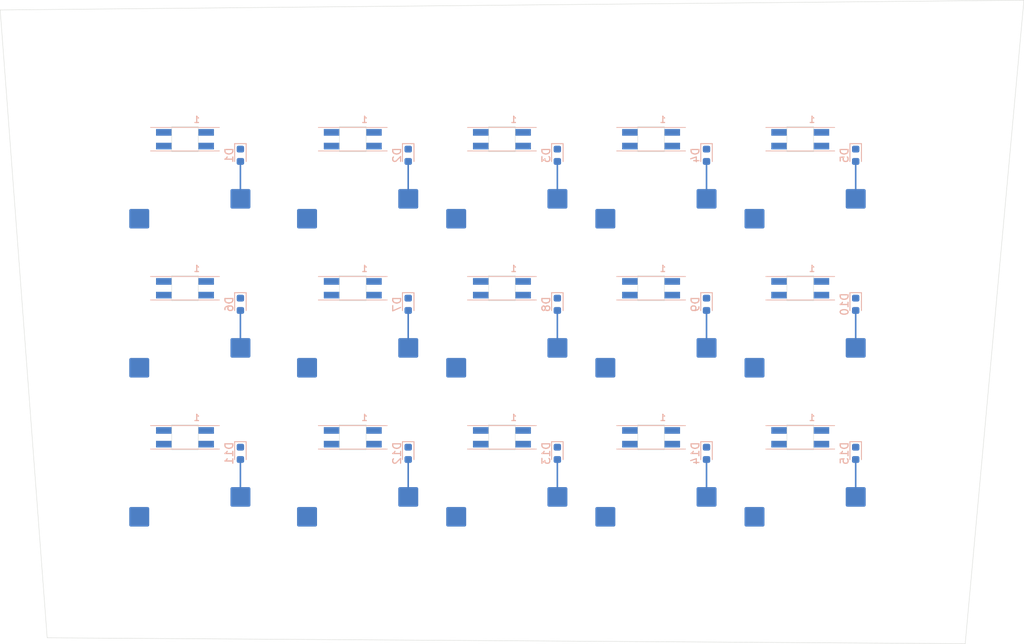
<source format=kicad_pcb>
(kicad_pcb (version 20241229) (generator "pcbnew") (generator_version "9.0")
  (layers (0 "F.Cu" signal) (2 "B.Cu" signal) (13 "F.Paste" user) (15 "B.Paste" user) (5 "F.SilkS" user "F.Silkscreen") (7 "B.SilkS" user "B.Silkscreen") (1 "F.Mask" user) (3 "B.Mask" user) (25 "Edge.Cuts" user))
  (net 0 "")
  (net 1 "ROW1")
  (net 2 "Net-(D1-A)")
  (net 3 "Net-(D2-A)")
  (net 4 "Net-(D3-A)")
  (net 5 "Net-(D4-A)")
  (net 6 "Net-(D5-A)")
  (net 7 "Net-(D6-A)")
  (net 8 "ROW2")
  (net 9 "Net-(D7-A)")
  (net 10 "Net-(D8-A)")
  (net 11 "Net-(D9-A)")
  (net 12 "Net-(D10-A)")
  (net 13 "Net-(D11-A)")
  (net 14 "ROW3")
  (net 15 "Net-(D12-A)")
  (net 16 "Net-(D13-A)")
  (net 17 "Net-(D14-A)")
  (net 18 "Net-(D15-A)")
  (net 19 "VCC")
  (net 20 "DIN")
  (net 21 "GND")
  (net 22 "Net-(LED1-DOUT)")
  (net 23 "Net-(LED2-DOUT)")
  (net 24 "Net-(LED3-DOUT)")
  (net 25 "Net-(LED4-DOUT)")
  (net 26 "Net-(LED5-DOUT)")
  (net 27 "Net-(LED6-DOUT)")
  (net 28 "Net-(LED7-DOUT)")
  (net 29 "Net-(LED8-DOUT)")
  (net 30 "Net-(LED10-DIN)")
  (net 31 "Net-(LED10-DOUT)")
  (net 32 "Net-(LED11-DOUT)")
  (net 33 "Net-(LED12-DOUT)")
  (net 34 "Net-(LED13-DOUT)")
  (net 35 "Net-(LED14-DOUT)")
  (net 37 "COL1")
  (net 38 "COL2")
  (net 39 "COL3")
  (net 40 "COL4")
  (net 41 "COL5")
  (footprint "Diode_SMD:D_0603_1608Metric" (layer "B.Cu") (at 123.76125 35.07 -90)
    (property "Reference" "D5" (at 0 1.43 270) (layer "B.SilkS") (effects (justify mirror)))
    (property "Value" "D")
    (fp_line (start -1.485 0.735) (end -1.485 -0.735) (stroke (width 0.12)) (layer "B.SilkS"))
    (fp_line (start 0.8 0.735) (end -1.485 0.735) (stroke (width 0.12)) (layer "B.SilkS"))
    (fp_line (start -1.485 -0.735) (end 0.8 -0.735) (stroke (width 0.12)) (layer "B.SilkS"))
    (pad "1" smd roundrect (at -0.7875 0 270) (size 0.875 0.95) (layers "B.Cu" "B.Mask" "B.Paste") (net 1 "ROW1"))
    (pad "2" smd roundrect (at 0.7875 0 270) (size 0.875 0.95) (layers "B.Cu" "B.Mask" "B.Paste") (net 6 "Net-(D5-A)"))
  )
  (footprint "Diode_SMD:D_0603_1608Metric" (layer "B.Cu") (at 66.61125 73.17 -90)
    (property "Reference" "D12" (at 0 1.43 270) (layer "B.SilkS") (effects (justify mirror)))
    (property "Value" "D")
    (fp_line (start -1.485 0.735) (end -1.485 -0.735) (stroke (width 0.12)) (layer "B.SilkS"))
    (fp_line (start 0.8 0.735) (end -1.485 0.735) (stroke (width 0.12)) (layer "B.SilkS"))
    (fp_line (start -1.485 -0.735) (end 0.8 -0.735) (stroke (width 0.12)) (layer "B.SilkS"))
    (pad "1" smd roundrect (at -0.7875 0 270) (size 0.875 0.95) (layers "B.Cu" "B.Mask" "B.Paste") (net 14 "ROW3"))
    (pad "2" smd roundrect (at 0.7875 0 270) (size 0.875 0.95) (layers "B.Cu" "B.Mask" "B.Paste") (net 15 "Net-(D12-A)"))
  )
  (footprint "SWICHES:SK6812 MINI W_hole" (layer "B.Cu") (at 97.63125 57.15 180)
    (property "Reference" "LED9" (hide yes))
    (property "Value" "SK6812MINI" (hide yes))
    (fp_line (start -4.4 6.58) (end 4.4 6.58) (stroke (width 0.1)) (layer "B.SilkS"))
    (fp_line (start -4.4 3.58) (end 4.4 3.58) (stroke (width 0.1)) (layer "B.SilkS"))
    (fp_circle (center 0 0) (end 0.1 0) (stroke (width 0.1)) (fill yes) (layer "B.SilkS"))
    (fp_line (start 1.7 6.68) (end -1.7 6.68) (stroke (width 0.05)) (layer "Edge.Cuts"))
    (fp_line (start 1.7 3.48) (end 1.7 6.68) (stroke (width 0.05)) (layer "Edge.Cuts"))
    (fp_line (start -1.7 6.68) (end -1.7 3.48) (stroke (width 0.05)) (layer "Edge.Cuts"))
    (fp_line (start -1.7 3.48) (end 1.7 3.48) (stroke (width 0.05)) (layer "Edge.Cuts"))
    (fp_text user "1" (at -1.5 7.58 0) (layer "B.SilkS") (effects (font (size 0.8 0.8)) (justify mirror)))
    (pad "1" smd rect (at -2.7 5.955 180) (size 2 0.85) (layers "B.Cu" "B.Mask" "B.Paste") (net 30 "Net-(LED10-DIN)"))
    (pad "2" smd rect (at -2.7 4.205 180) (size 2 0.85) (layers "B.Cu" "B.Mask" "B.Paste") (net 21 "GND"))
    (pad "3" smd rect (at 2.7 4.205 180) (size 2 0.85) (layers "B.Cu" "B.Mask" "B.Paste") (net 29 "Net-(LED8-DOUT)"))
    (pad "4" smd rect (at 2.7 5.955 180) (size 2 0.85) (layers "B.Cu" "B.Mask" "B.Paste") (net 19 "VCC"))
  )
  (footprint "SWICHES:MX-Hotswap-1U" (layer "B.Cu") (at 78.58125 57.15)
    (property "Reference" "SW8")
    (property "Value" "SW_Push")
    (pad "" np_thru_hole circle (at -5.08 0 48.099) (size 1.7018 1.7018) (drill 1.7018) (layers "*.Cu" "*.Mask"))
    (pad "" np_thru_hole circle (at -2.54 5.08) (size 3 3) (drill 3) (layers "*.Cu" "*.Mask"))
    (pad "" np_thru_hole circle (at 0 0) (size 3.9878 3.9878) (drill 3.9878) (layers "*.Cu" "*.Mask"))
    (pad "" np_thru_hole circle (at 3.81 2.54) (size 3 3) (drill 3) (layers "*.Cu" "*.Mask"))
    (pad "" np_thru_hole circle (at 5.08 0 48.099) (size 1.7018 1.7018) (drill 1.7018) (layers "*.Cu" "*.Mask"))
    (pad "1" smd roundrect (at 7.085 2.54) (size 2.55 2.5) (layers "B.Cu" "B.Mask" "B.Paste") (roundrect_rratio 0.08) (net 10 "Net-(D8-A)"))
    (pad "2" smd roundrect (at -5.842 5.08) (size 2.55 2.5) (layers "B.Cu" "B.Mask" "B.Paste") (roundrect_rratio 0.08) (net 39 "COL3"))
  )
  (footprint "SWICHES:MX-Hotswap-1U" (layer "B.Cu") (at 78.58125 76.2)
    (property "Reference" "SW13")
    (property "Value" "SW_Push")
    (pad "" np_thru_hole circle (at -5.08 0 48.099) (size 1.7018 1.7018) (drill 1.7018) (layers "*.Cu" "*.Mask"))
    (pad "" np_thru_hole circle (at -2.54 5.08) (size 3 3) (drill 3) (layers "*.Cu" "*.Mask"))
    (pad "" np_thru_hole circle (at 0 0) (size 3.9878 3.9878) (drill 3.9878) (layers "*.Cu" "*.Mask"))
    (pad "" np_thru_hole circle (at 3.81 2.54) (size 3 3) (drill 3) (layers "*.Cu" "*.Mask"))
    (pad "" np_thru_hole circle (at 5.08 0 48.099) (size 1.7018 1.7018) (drill 1.7018) (layers "*.Cu" "*.Mask"))
    (pad "1" smd roundrect (at 7.085 2.54) (size 2.55 2.5) (layers "B.Cu" "B.Mask" "B.Paste") (roundrect_rratio 0.08) (net 16 "Net-(D13-A)"))
    (pad "2" smd roundrect (at -5.842 5.08) (size 2.55 2.5) (layers "B.Cu" "B.Mask" "B.Paste") (roundrect_rratio 0.08) (net 39 "COL3"))
  )
  (footprint "SWICHES:SK6812 MINI W_hole" (layer "B.Cu") (at 59.53125 38.1 180)
    (property "Reference" "LED2" (hide yes))
    (property "Value" "SK6812MINI" (hide yes))
    (fp_line (start -4.4 6.58) (end 4.4 6.58) (stroke (width 0.1)) (layer "B.SilkS"))
    (fp_line (start -4.4 3.58) (end 4.4 3.58) (stroke (width 0.1)) (layer "B.SilkS"))
    (fp_circle (center 0 0) (end 0.1 0) (stroke (width 0.1)) (fill yes) (layer "B.SilkS"))
    (fp_line (start 1.7 6.68) (end -1.7 6.68) (stroke (width 0.05)) (layer "Edge.Cuts"))
    (fp_line (start 1.7 3.48) (end 1.7 6.68) (stroke (width 0.05)) (layer "Edge.Cuts"))
    (fp_line (start -1.7 6.68) (end -1.7 3.48) (stroke (width 0.05)) (layer "Edge.Cuts"))
    (fp_line (start -1.7 3.48) (end 1.7 3.48) (stroke (width 0.05)) (layer "Edge.Cuts"))
    (fp_text user "1" (at -1.5 7.58 0) (layer "B.SilkS") (effects (font (size 0.8 0.8)) (justify mirror)))
    (pad "1" smd rect (at -2.7 5.955 180) (size 2 0.85) (layers "B.Cu" "B.Mask" "B.Paste") (net 23 "Net-(LED2-DOUT)"))
    (pad "2" smd rect (at -2.7 4.205 180) (size 2 0.85) (layers "B.Cu" "B.Mask" "B.Paste") (net 21 "GND"))
    (pad "3" smd rect (at 2.7 4.205 180) (size 2 0.85) (layers "B.Cu" "B.Mask" "B.Paste") (net 22 "Net-(LED1-DOUT)"))
    (pad "4" smd rect (at 2.7 5.955 180) (size 2 0.85) (layers "B.Cu" "B.Mask" "B.Paste") (net 19 "VCC"))
  )
  (footprint "SWICHES:MX-Hotswap-1.25U" (layer "B.Cu") (at 38.1 38.1)
    (property "Reference" "SW1")
    (property "Value" "SW_Push")
    (pad "" np_thru_hole circle (at -5.08 0 48.099) (size 1.7018 1.7018) (drill 1.7018) (layers "*.Cu" "*.Mask"))
    (pad "" np_thru_hole circle (at -2.54 5.08) (size 3 3) (drill 3) (layers "*.Cu" "*.Mask"))
    (pad "" np_thru_hole circle (at 0 0) (size 3.9878 3.9878) (drill 3.9878) (layers "*.Cu" "*.Mask"))
    (pad "" np_thru_hole circle (at 3.81 2.54) (size 3 3) (drill 3) (layers "*.Cu" "*.Mask"))
    (pad "" np_thru_hole circle (at 5.08 0 48.099) (size 1.7018 1.7018) (drill 1.7018) (layers "*.Cu" "*.Mask"))
    (pad "1" smd roundrect (at 7.085 2.54) (size 2.55 2.5) (layers "B.Cu" "B.Mask" "B.Paste") (roundrect_rratio 0.08) (net 2 "Net-(D1-A)"))
    (pad "2" smd roundrect (at -5.842 5.08) (size 2.55 2.5) (layers "B.Cu" "B.Mask" "B.Paste") (roundrect_rratio 0.08) (net 37 "COL1"))
  )
  (footprint "SWICHES:MX-Hotswap-1U" (layer "B.Cu") (at 116.68125 57.15)
    (property "Reference" "SW10")
    (property "Value" "SW_Push")
    (pad "" np_thru_hole circle (at -5.08 0 48.099) (size 1.7018 1.7018) (drill 1.7018) (layers "*.Cu" "*.Mask"))
    (pad "" np_thru_hole circle (at -2.54 5.08) (size 3 3) (drill 3) (layers "*.Cu" "*.Mask"))
    (pad "" np_thru_hole circle (at 0 0) (size 3.9878 3.9878) (drill 3.9878) (layers "*.Cu" "*.Mask"))
    (pad "" np_thru_hole circle (at 3.81 2.54) (size 3 3) (drill 3) (layers "*.Cu" "*.Mask"))
    (pad "" np_thru_hole circle (at 5.08 0 48.099) (size 1.7018 1.7018) (drill 1.7018) (layers "*.Cu" "*.Mask"))
    (pad "1" smd roundrect (at 7.085 2.54) (size 2.55 2.5) (layers "B.Cu" "B.Mask" "B.Paste") (roundrect_rratio 0.08) (net 12 "Net-(D10-A)"))
    (pad "2" smd roundrect (at -5.842 5.08) (size 2.55 2.5) (layers "B.Cu" "B.Mask" "B.Paste") (roundrect_rratio 0.08) (net 41 "COL5"))
  )
  (footprint "SWICHES:SK6812 MINI W_hole" (layer "B.Cu") (at 38.1 38.1 180)
    (property "Reference" "LED1" (hide yes))
    (property "Value" "SK6812MINI" (hide yes))
    (fp_line (start -4.4 6.58) (end 4.4 6.58) (stroke (width 0.1)) (layer "B.SilkS"))
    (fp_line (start -4.4 3.58) (end 4.4 3.58) (stroke (width 0.1)) (layer "B.SilkS"))
    (fp_circle (center 0 0) (end 0.1 0) (stroke (width 0.1)) (fill yes) (layer "B.SilkS"))
    (fp_line (start 1.7 6.68) (end -1.7 6.68) (stroke (width 0.05)) (layer "Edge.Cuts"))
    (fp_line (start 1.7 3.48) (end 1.7 6.68) (stroke (width 0.05)) (layer "Edge.Cuts"))
    (fp_line (start -1.7 6.68) (end -1.7 3.48) (stroke (width 0.05)) (layer "Edge.Cuts"))
    (fp_line (start -1.7 3.48) (end 1.7 3.48) (stroke (width 0.05)) (layer "Edge.Cuts"))
    (fp_text user "1" (at -1.5 7.58 0) (layer "B.SilkS") (effects (font (size 0.8 0.8)) (justify mirror)))
    (pad "1" smd rect (at -2.7 5.955 180) (size 2 0.85) (layers "B.Cu" "B.Mask" "B.Paste") (net 22 "Net-(LED1-DOUT)"))
    (pad "2" smd rect (at -2.7 4.205 180) (size 2 0.85) (layers "B.Cu" "B.Mask" "B.Paste") (net 21 "GND"))
    (pad "3" smd rect (at 2.7 4.205 180) (size 2 0.85) (layers "B.Cu" "B.Mask" "B.Paste") (net 20 "DIN"))
    (pad "4" smd rect (at 2.7 5.955 180) (size 2 0.85) (layers "B.Cu" "B.Mask" "B.Paste") (net 19 "VCC"))
  )
  (footprint "SWICHES:SK6812 MINI W_hole" (layer "B.Cu") (at 97.63125 76.2 180)
    (property "Reference" "LED14" (hide yes))
    (property "Value" "SK6812MINI" (hide yes))
    (fp_line (start -4.4 6.58) (end 4.4 6.58) (stroke (width 0.1)) (layer "B.SilkS"))
    (fp_line (start -4.4 3.58) (end 4.4 3.58) (stroke (width 0.1)) (layer "B.SilkS"))
    (fp_circle (center 0 0) (end 0.1 0) (stroke (width 0.1)) (fill yes) (layer "B.SilkS"))
    (fp_line (start 1.7 6.68) (end -1.7 6.68) (stroke (width 0.05)) (layer "Edge.Cuts"))
    (fp_line (start 1.7 3.48) (end 1.7 6.68) (stroke (width 0.05)) (layer "Edge.Cuts"))
    (fp_line (start -1.7 6.68) (end -1.7 3.48) (stroke (width 0.05)) (layer "Edge.Cuts"))
    (fp_line (start -1.7 3.48) (end 1.7 3.48) (stroke (width 0.05)) (layer "Edge.Cuts"))
    (fp_text user "1" (at -1.5 7.58 0) (layer "B.SilkS") (effects (font (size 0.8 0.8)) (justify mirror)))
    (pad "1" smd rect (at -2.7 5.955 180) (size 2 0.85) (layers "B.Cu" "B.Mask" "B.Paste") (net 35 "Net-(LED14-DOUT)"))
    (pad "2" smd rect (at -2.7 4.205 180) (size 2 0.85) (layers "B.Cu" "B.Mask" "B.Paste") (net 21 "GND"))
    (pad "3" smd rect (at 2.7 4.205 180) (size 2 0.85) (layers "B.Cu" "B.Mask" "B.Paste") (net 34 "Net-(LED13-DOUT)"))
    (pad "4" smd rect (at 2.7 5.955 180) (size 2 0.85) (layers "B.Cu" "B.Mask" "B.Paste") (net 19 "VCC"))
  )
  (footprint "SWICHES:MX-Hotswap-1U" (layer "B.Cu") (at 116.68125 38.1)
    (property "Reference" "SW5")
    (property "Value" "SW_Push")
    (pad "" np_thru_hole circle (at -5.08 0 48.099) (size 1.7018 1.7018) (drill 1.7018) (layers "*.Cu" "*.Mask"))
    (pad "" np_thru_hole circle (at -2.54 5.08) (size 3 3) (drill 3) (layers "*.Cu" "*.Mask"))
    (pad "" np_thru_hole circle (at 0 0) (size 3.9878 3.9878) (drill 3.9878) (layers "*.Cu" "*.Mask"))
    (pad "" np_thru_hole circle (at 3.81 2.54) (size 3 3) (drill 3) (layers "*.Cu" "*.Mask"))
    (pad "" np_thru_hole circle (at 5.08 0 48.099) (size 1.7018 1.7018) (drill 1.7018) (layers "*.Cu" "*.Mask"))
    (pad "1" smd roundrect (at 7.085 2.54) (size 2.55 2.5) (layers "B.Cu" "B.Mask" "B.Paste") (roundrect_rratio 0.08) (net 6 "Net-(D5-A)"))
    (pad "2" smd roundrect (at -5.842 5.08) (size 2.55 2.5) (layers "B.Cu" "B.Mask" "B.Paste") (roundrect_rratio 0.08) (net 41 "COL5"))
  )
  (footprint "SWICHES:SK6812 MINI W_hole" (layer "B.Cu") (at 38.1 57.15 180)
    (property "Reference" "LED6" (hide yes))
    (property "Value" "SK6812MINI" (hide yes))
    (fp_line (start -4.4 6.58) (end 4.4 6.58) (stroke (width 0.1)) (layer "B.SilkS"))
    (fp_line (start -4.4 3.58) (end 4.4 3.58) (stroke (width 0.1)) (layer "B.SilkS"))
    (fp_circle (center 0 0) (end 0.1 0) (stroke (width 0.1)) (fill yes) (layer "B.SilkS"))
    (fp_line (start 1.7 6.68) (end -1.7 6.68) (stroke (width 0.05)) (layer "Edge.Cuts"))
    (fp_line (start 1.7 3.48) (end 1.7 6.68) (stroke (width 0.05)) (layer "Edge.Cuts"))
    (fp_line (start -1.7 6.68) (end -1.7 3.48) (stroke (width 0.05)) (layer "Edge.Cuts"))
    (fp_line (start -1.7 3.48) (end 1.7 3.48) (stroke (width 0.05)) (layer "Edge.Cuts"))
    (fp_text user "1" (at -1.5 7.58 0) (layer "B.SilkS") (effects (font (size 0.8 0.8)) (justify mirror)))
    (pad "1" smd rect (at -2.7 5.955 180) (size 2 0.85) (layers "B.Cu" "B.Mask" "B.Paste") (net 27 "Net-(LED6-DOUT)"))
    (pad "2" smd rect (at -2.7 4.205 180) (size 2 0.85) (layers "B.Cu" "B.Mask" "B.Paste") (net 21 "GND"))
    (pad "3" smd rect (at 2.7 4.205 180) (size 2 0.85) (layers "B.Cu" "B.Mask" "B.Paste") (net 26 "Net-(LED5-DOUT)"))
    (pad "4" smd rect (at 2.7 5.955 180) (size 2 0.85) (layers "B.Cu" "B.Mask" "B.Paste") (net 19 "VCC"))
  )
  (footprint "Diode_SMD:D_0603_1608Metric" (layer "B.Cu") (at 123.76125 54.12 -90)
    (property "Reference" "D10" (at 0 1.43 270) (layer "B.SilkS") (effects (justify mirror)))
    (property "Value" "D")
    (fp_line (start -1.485 0.735) (end -1.485 -0.735) (stroke (width 0.12)) (layer "B.SilkS"))
    (fp_line (start 0.8 0.735) (end -1.485 0.735) (stroke (width 0.12)) (layer "B.SilkS"))
    (fp_line (start -1.485 -0.735) (end 0.8 -0.735) (stroke (width 0.12)) (layer "B.SilkS"))
    (pad "1" smd roundrect (at -0.7875 0 270) (size 0.875 0.95) (layers "B.Cu" "B.Mask" "B.Paste") (net 8 "ROW2"))
    (pad "2" smd roundrect (at 0.7875 0 270) (size 0.875 0.95) (layers "B.Cu" "B.Mask" "B.Paste") (net 12 "Net-(D10-A)"))
  )
  (footprint "SWICHES:MX-Hotswap-1.25U" (layer "B.Cu") (at 38.1 57.15)
    (property "Reference" "SW6")
    (property "Value" "SW_Push")
    (pad "" np_thru_hole circle (at -5.08 0 48.099) (size 1.7018 1.7018) (drill 1.7018) (layers "*.Cu" "*.Mask"))
    (pad "" np_thru_hole circle (at -2.54 5.08) (size 3 3) (drill 3) (layers "*.Cu" "*.Mask"))
    (pad "" np_thru_hole circle (at 0 0) (size 3.9878 3.9878) (drill 3.9878) (layers "*.Cu" "*.Mask"))
    (pad "" np_thru_hole circle (at 3.81 2.54) (size 3 3) (drill 3) (layers "*.Cu" "*.Mask"))
    (pad "" np_thru_hole circle (at 5.08 0 48.099) (size 1.7018 1.7018) (drill 1.7018) (layers "*.Cu" "*.Mask"))
    (pad "1" smd roundrect (at 7.085 2.54) (size 2.55 2.5) (layers "B.Cu" "B.Mask" "B.Paste") (roundrect_rratio 0.08) (net 7 "Net-(D6-A)"))
    (pad "2" smd roundrect (at -5.842 5.08) (size 2.55 2.5) (layers "B.Cu" "B.Mask" "B.Paste") (roundrect_rratio 0.08) (net 37 "COL1"))
  )
  (footprint "SWICHES:SK6812 MINI W_hole" (layer "B.Cu") (at 59.53125 76.2 180)
    (property "Reference" "LED12" (hide yes))
    (property "Value" "SK6812MINI" (hide yes))
    (fp_line (start -4.4 6.58) (end 4.4 6.58) (stroke (width 0.1)) (layer "B.SilkS"))
    (fp_line (start -4.4 3.58) (end 4.4 3.58) (stroke (width 0.1)) (layer "B.SilkS"))
    (fp_circle (center 0 0) (end 0.1 0) (stroke (width 0.1)) (fill yes) (layer "B.SilkS"))
    (fp_line (start 1.7 6.68) (end -1.7 6.68) (stroke (width 0.05)) (layer "Edge.Cuts"))
    (fp_line (start 1.7 3.48) (end 1.7 6.68) (stroke (width 0.05)) (layer "Edge.Cuts"))
    (fp_line (start -1.7 6.68) (end -1.7 3.48) (stroke (width 0.05)) (layer "Edge.Cuts"))
    (fp_line (start -1.7 3.48) (end 1.7 3.48) (stroke (width 0.05)) (layer "Edge.Cuts"))
    (fp_text user "1" (at -1.5 7.58 0) (layer "B.SilkS") (effects (font (size 0.8 0.8)) (justify mirror)))
    (pad "1" smd rect (at -2.7 5.955 180) (size 2 0.85) (layers "B.Cu" "B.Mask" "B.Paste") (net 33 "Net-(LED12-DOUT)"))
    (pad "2" smd rect (at -2.7 4.205 180) (size 2 0.85) (layers "B.Cu" "B.Mask" "B.Paste") (net 21 "GND"))
    (pad "3" smd rect (at 2.7 4.205 180) (size 2 0.85) (layers "B.Cu" "B.Mask" "B.Paste") (net 32 "Net-(LED11-DOUT)"))
    (pad "4" smd rect (at 2.7 5.955 180) (size 2 0.85) (layers "B.Cu" "B.Mask" "B.Paste") (net 19 "VCC"))
  )
  (footprint "SWICHES:MX-Hotswap-1U" (layer "B.Cu") (at 59.53125 76.2)
    (property "Reference" "SW12")
    (property "Value" "SW_Push")
    (pad "" np_thru_hole circle (at -5.08 0 48.099) (size 1.7018 1.7018) (drill 1.7018) (layers "*.Cu" "*.Mask"))
    (pad "" np_thru_hole circle (at -2.54 5.08) (size 3 3) (drill 3) (layers "*.Cu" "*.Mask"))
    (pad "" np_thru_hole circle (at 0 0) (size 3.9878 3.9878) (drill 3.9878) (layers "*.Cu" "*.Mask"))
    (pad "" np_thru_hole circle (at 3.81 2.54) (size 3 3) (drill 3) (layers "*.Cu" "*.Mask"))
    (pad "" np_thru_hole circle (at 5.08 0 48.099) (size 1.7018 1.7018) (drill 1.7018) (layers "*.Cu" "*.Mask"))
    (pad "1" smd roundrect (at 7.085 2.54) (size 2.55 2.5) (layers "B.Cu" "B.Mask" "B.Paste") (roundrect_rratio 0.08) (net 15 "Net-(D12-A)"))
    (pad "2" smd roundrect (at -5.842 5.08) (size 2.55 2.5) (layers "B.Cu" "B.Mask" "B.Paste") (roundrect_rratio 0.08) (net 38 "COL2"))
  )
  (footprint "Diode_SMD:D_0603_1608Metric" (layer "B.Cu") (at 104.71125 73.17 -90)
    (property "Reference" "D14" (at 0 1.43 270) (layer "B.SilkS") (effects (justify mirror)))
    (property "Value" "D")
    (fp_line (start -1.485 0.735) (end -1.485 -0.735) (stroke (width 0.12)) (layer "B.SilkS"))
    (fp_line (start 0.8 0.735) (end -1.485 0.735) (stroke (width 0.12)) (layer "B.SilkS"))
    (fp_line (start -1.485 -0.735) (end 0.8 -0.735) (stroke (width 0.12)) (layer "B.SilkS"))
    (pad "1" smd roundrect (at -0.7875 0 270) (size 0.875 0.95) (layers "B.Cu" "B.Mask" "B.Paste") (net 14 "ROW3"))
    (pad "2" smd roundrect (at 0.7875 0 270) (size 0.875 0.95) (layers "B.Cu" "B.Mask" "B.Paste") (net 17 "Net-(D14-A)"))
  )
  (footprint "SWICHES:MX-Hotswap-1U" (layer "B.Cu") (at 97.63125 76.2)
    (property "Reference" "SW14")
    (property "Value" "SW_Push")
    (pad "" np_thru_hole circle (at -5.08 0 48.099) (size 1.7018 1.7018) (drill 1.7018) (layers "*.Cu" "*.Mask"))
    (pad "" np_thru_hole circle (at -2.54 5.08) (size 3 3) (drill 3) (layers "*.Cu" "*.Mask"))
    (pad "" np_thru_hole circle (at 0 0) (size 3.9878 3.9878) (drill 3.9878) (layers "*.Cu" "*.Mask"))
    (pad "" np_thru_hole circle (at 3.81 2.54) (size 3 3) (drill 3) (layers "*.Cu" "*.Mask"))
    (pad "" np_thru_hole circle (at 5.08 0 48.099) (size 1.7018 1.7018) (drill 1.7018) (layers "*.Cu" "*.Mask"))
    (pad "1" smd roundrect (at 7.085 2.54) (size 2.55 2.5) (layers "B.Cu" "B.Mask" "B.Paste") (roundrect_rratio 0.08) (net 17 "Net-(D14-A)"))
    (pad "2" smd roundrect (at -5.842 5.08) (size 2.55 2.5) (layers "B.Cu" "B.Mask" "B.Paste") (roundrect_rratio 0.08) (net 40 "COL4"))
  )
  (footprint "SWICHES:SK6812 MINI W_hole" (layer "B.Cu") (at 116.68125 76.2 180)
    (property "Reference" "LED15" (hide yes))
    (property "Value" "SK6812MINI" (hide yes))
    (fp_line (start -4.4 6.58) (end 4.4 6.58) (stroke (width 0.1)) (layer "B.SilkS"))
    (fp_line (start -4.4 3.58) (end 4.4 3.58) (stroke (width 0.1)) (layer "B.SilkS"))
    (fp_circle (center 0 0) (end 0.1 0) (stroke (width 0.1)) (fill yes) (layer "B.SilkS"))
    (fp_line (start 1.7 6.68) (end -1.7 6.68) (stroke (width 0.05)) (layer "Edge.Cuts"))
    (fp_line (start 1.7 3.48) (end 1.7 6.68) (stroke (width 0.05)) (layer "Edge.Cuts"))
    (fp_line (start -1.7 6.68) (end -1.7 3.48) (stroke (width 0.05)) (layer "Edge.Cuts"))
    (fp_line (start -1.7 3.48) (end 1.7 3.48) (stroke (width 0.05)) (layer "Edge.Cuts"))
    (fp_text user "1" (at -1.5 7.58 0) (layer "B.SilkS") (effects (font (size 0.8 0.8)) (justify mirror)))
    (pad "1" smd rect (at -2.7 5.955 180) (size 2 0.85) (layers "B.Cu" "B.Mask" "B.Paste"))
    (pad "2" smd rect (at -2.7 4.205 180) (size 2 0.85) (layers "B.Cu" "B.Mask" "B.Paste") (net 21 "GND"))
    (pad "3" smd rect (at 2.7 4.205 180) (size 2 0.85) (layers "B.Cu" "B.Mask" "B.Paste") (net 35 "Net-(LED14-DOUT)"))
    (pad "4" smd rect (at 2.7 5.955 180) (size 2 0.85) (layers "B.Cu" "B.Mask" "B.Paste") (net 19 "VCC"))
  )
  (footprint "Diode_SMD:D_0603_1608Metric" (layer "B.Cu") (at 85.66125 73.17 -90)
    (property "Reference" "D13" (at 0 1.43 270) (layer "B.SilkS") (effects (justify mirror)))
    (property "Value" "D")
    (fp_line (start -1.485 0.735) (end -1.485 -0.735) (stroke (width 0.12)) (layer "B.SilkS"))
    (fp_line (start 0.8 0.735) (end -1.485 0.735) (stroke (width 0.12)) (layer "B.SilkS"))
    (fp_line (start -1.485 -0.735) (end 0.8 -0.735) (stroke (width 0.12)) (layer "B.SilkS"))
    (pad "1" smd roundrect (at -0.7875 0 270) (size 0.875 0.95) (layers "B.Cu" "B.Mask" "B.Paste") (net 14 "ROW3"))
    (pad "2" smd roundrect (at 0.7875 0 270) (size 0.875 0.95) (layers "B.Cu" "B.Mask" "B.Paste") (net 16 "Net-(D13-A)"))
  )
  (footprint "Diode_SMD:D_0603_1608Metric" (layer "B.Cu") (at 66.61125 35.07 -90)
    (property "Reference" "D2" (at 0 1.43 270) (layer "B.SilkS") (effects (justify mirror)))
    (property "Value" "D")
    (fp_line (start -1.485 0.735) (end -1.485 -0.735) (stroke (width 0.12)) (layer "B.SilkS"))
    (fp_line (start 0.8 0.735) (end -1.485 0.735) (stroke (width 0.12)) (layer "B.SilkS"))
    (fp_line (start -1.485 -0.735) (end 0.8 -0.735) (stroke (width 0.12)) (layer "B.SilkS"))
    (pad "1" smd roundrect (at -0.7875 0 270) (size 0.875 0.95) (layers "B.Cu" "B.Mask" "B.Paste") (net 1 "ROW1"))
    (pad "2" smd roundrect (at 0.7875 0 270) (size 0.875 0.95) (layers "B.Cu" "B.Mask" "B.Paste") (net 3 "Net-(D2-A)"))
  )
  (footprint "SWICHES:SK6812 MINI W_hole" (layer "B.Cu") (at 38.1 76.2 180)
    (property "Reference" "LED11" (hide yes))
    (property "Value" "SK6812MINI" (hide yes))
    (fp_line (start -4.4 6.58) (end 4.4 6.58) (stroke (width 0.1)) (layer "B.SilkS"))
    (fp_line (start -4.4 3.58) (end 4.4 3.58) (stroke (width 0.1)) (layer "B.SilkS"))
    (fp_circle (center 0 0) (end 0.1 0) (stroke (width 0.1)) (fill yes) (layer "B.SilkS"))
    (fp_line (start 1.7 6.68) (end -1.7 6.68) (stroke (width 0.05)) (layer "Edge.Cuts"))
    (fp_line (start 1.7 3.48) (end 1.7 6.68) (stroke (width 0.05)) (layer "Edge.Cuts"))
    (fp_line (start -1.7 6.68) (end -1.7 3.48) (stroke (width 0.05)) (layer "Edge.Cuts"))
    (fp_line (start -1.7 3.48) (end 1.7 3.48) (stroke (width 0.05)) (layer "Edge.Cuts"))
    (fp_text user "1" (at -1.5 7.58 0) (layer "B.SilkS") (effects (font (size 0.8 0.8)) (justify mirror)))
    (pad "1" smd rect (at -2.7 5.955 180) (size 2 0.85) (layers "B.Cu" "B.Mask" "B.Paste") (net 32 "Net-(LED11-DOUT)"))
    (pad "2" smd rect (at -2.7 4.205 180) (size 2 0.85) (layers "B.Cu" "B.Mask" "B.Paste") (net 21 "GND"))
    (pad "3" smd rect (at 2.7 4.205 180) (size 2 0.85) (layers "B.Cu" "B.Mask" "B.Paste") (net 31 "Net-(LED10-DOUT)"))
    (pad "4" smd rect (at 2.7 5.955 180) (size 2 0.85) (layers "B.Cu" "B.Mask" "B.Paste") (net 19 "VCC"))
  )
  (footprint "SWICHES:MX-Hotswap-1U" (layer "B.Cu") (at 97.63125 38.1)
    (property "Reference" "SW4")
    (property "Value" "SW_Push")
    (pad "" np_thru_hole circle (at -5.08 0 48.099) (size 1.7018 1.7018) (drill 1.7018) (layers "*.Cu" "*.Mask"))
    (pad "" np_thru_hole circle (at -2.54 5.08) (size 3 3) (drill 3) (layers "*.Cu" "*.Mask"))
    (pad "" np_thru_hole circle (at 0 0) (size 3.9878 3.9878) (drill 3.9878) (layers "*.Cu" "*.Mask"))
    (pad "" np_thru_hole circle (at 3.81 2.54) (size 3 3) (drill 3) (layers "*.Cu" "*.Mask"))
    (pad "" np_thru_hole circle (at 5.08 0 48.099) (size 1.7018 1.7018) (drill 1.7018) (layers "*.Cu" "*.Mask"))
    (pad "1" smd roundrect (at 7.085 2.54) (size 2.55 2.5) (layers "B.Cu" "B.Mask" "B.Paste") (roundrect_rratio 0.08) (net 5 "Net-(D4-A)"))
    (pad "2" smd roundrect (at -5.842 5.08) (size 2.55 2.5) (layers "B.Cu" "B.Mask" "B.Paste") (roundrect_rratio 0.08) (net 40 "COL4"))
  )
  (footprint "SWICHES:SK6812 MINI W_hole" (layer "B.Cu") (at 116.68125 57.15 180)
    (property "Reference" "LED10" (hide yes))
    (property "Value" "SK6812MINI" (hide yes))
    (fp_line (start -4.4 6.58) (end 4.4 6.58) (stroke (width 0.1)) (layer "B.SilkS"))
    (fp_line (start -4.4 3.58) (end 4.4 3.58) (stroke (width 0.1)) (layer "B.SilkS"))
    (fp_circle (center 0 0) (end 0.1 0) (stroke (width 0.1)) (fill yes) (layer "B.SilkS"))
    (fp_line (start 1.7 6.68) (end -1.7 6.68) (stroke (width 0.05)) (layer "Edge.Cuts"))
    (fp_line (start 1.7 3.48) (end 1.7 6.68) (stroke (width 0.05)) (layer "Edge.Cuts"))
    (fp_line (start -1.7 6.68) (end -1.7 3.48) (stroke (width 0.05)) (layer "Edge.Cuts"))
    (fp_line (start -1.7 3.48) (end 1.7 3.48) (stroke (width 0.05)) (layer "Edge.Cuts"))
    (fp_text user "1" (at -1.5 7.58 0) (layer "B.SilkS") (effects (font (size 0.8 0.8)) (justify mirror)))
    (pad "1" smd rect (at -2.7 5.955 180) (size 2 0.85) (layers "B.Cu" "B.Mask" "B.Paste") (net 31 "Net-(LED10-DOUT)"))
    (pad "2" smd rect (at -2.7 4.205 180) (size 2 0.85) (layers "B.Cu" "B.Mask" "B.Paste") (net 21 "GND"))
    (pad "3" smd rect (at 2.7 4.205 180) (size 2 0.85) (layers "B.Cu" "B.Mask" "B.Paste") (net 30 "Net-(LED10-DIN)"))
    (pad "4" smd rect (at 2.7 5.955 180) (size 2 0.85) (layers "B.Cu" "B.Mask" "B.Paste") (net 19 "VCC"))
  )
  (footprint "SWICHES:MX-Hotswap-1.25U" (layer "B.Cu") (at 38.1 76.2)
    (property "Reference" "SW11")
    (property "Value" "SW_Push")
    (pad "" np_thru_hole circle (at -5.08 0 48.099) (size 1.7018 1.7018) (drill 1.7018) (layers "*.Cu" "*.Mask"))
    (pad "" np_thru_hole circle (at -2.54 5.08) (size 3 3) (drill 3) (layers "*.Cu" "*.Mask"))
    (pad "" np_thru_hole circle (at 0 0) (size 3.9878 3.9878) (drill 3.9878) (layers "*.Cu" "*.Mask"))
    (pad "" np_thru_hole circle (at 3.81 2.54) (size 3 3) (drill 3) (layers "*.Cu" "*.Mask"))
    (pad "" np_thru_hole circle (at 5.08 0 48.099) (size 1.7018 1.7018) (drill 1.7018) (layers "*.Cu" "*.Mask"))
    (pad "1" smd roundrect (at 7.085 2.54) (size 2.55 2.5) (layers "B.Cu" "B.Mask" "B.Paste") (roundrect_rratio 0.08) (net 13 "Net-(D11-A)"))
    (pad "2" smd roundrect (at -5.842 5.08) (size 2.55 2.5) (layers "B.Cu" "B.Mask" "B.Paste") (roundrect_rratio 0.08) (net 37 "COL1"))
  )
  (footprint "SWICHES:SK6812 MINI W_hole" (layer "B.Cu") (at 116.68125 38.1 180)
    (property "Reference" "LED5" (hide yes))
    (property "Value" "SK6812MINI" (hide yes))
    (fp_line (start -4.4 6.58) (end 4.4 6.58) (stroke (width 0.1)) (layer "B.SilkS"))
    (fp_line (start -4.4 3.58) (end 4.4 3.58) (stroke (width 0.1)) (layer "B.SilkS"))
    (fp_circle (center 0 0) (end 0.1 0) (stroke (width 0.1)) (fill yes) (layer "B.SilkS"))
    (fp_line (start 1.7 6.68) (end -1.7 6.68) (stroke (width 0.05)) (layer "Edge.Cuts"))
    (fp_line (start 1.7 3.48) (end 1.7 6.68) (stroke (width 0.05)) (layer "Edge.Cuts"))
    (fp_line (start -1.7 6.68) (end -1.7 3.48) (stroke (width 0.05)) (layer "Edge.Cuts"))
    (fp_line (start -1.7 3.48) (end 1.7 3.48) (stroke (width 0.05)) (layer "Edge.Cuts"))
    (fp_text user "1" (at -1.5 7.58 0) (layer "B.SilkS") (effects (font (size 0.8 0.8)) (justify mirror)))
    (pad "1" smd rect (at -2.7 5.955 180) (size 2 0.85) (layers "B.Cu" "B.Mask" "B.Paste") (net 26 "Net-(LED5-DOUT)"))
    (pad "2" smd rect (at -2.7 4.205 180) (size 2 0.85) (layers "B.Cu" "B.Mask" "B.Paste") (net 21 "GND"))
    (pad "3" smd rect (at 2.7 4.205 180) (size 2 0.85) (layers "B.Cu" "B.Mask" "B.Paste") (net 25 "Net-(LED4-DOUT)"))
    (pad "4" smd rect (at 2.7 5.955 180) (size 2 0.85) (layers "B.Cu" "B.Mask" "B.Paste") (net 19 "VCC"))
  )
  (footprint "SWICHES:SK6812 MINI W_hole" (layer "B.Cu") (at 97.63125 38.1 180)
    (property "Reference" "LED4" (hide yes))
    (property "Value" "SK6812MINI" (hide yes))
    (fp_line (start -4.4 6.58) (end 4.4 6.58) (stroke (width 0.1)) (layer "B.SilkS"))
    (fp_line (start -4.4 3.58) (end 4.4 3.58) (stroke (width 0.1)) (layer "B.SilkS"))
    (fp_circle (center 0 0) (end 0.1 0) (stroke (width 0.1)) (fill yes) (layer "B.SilkS"))
    (fp_line (start 1.7 6.68) (end -1.7 6.68) (stroke (width 0.05)) (layer "Edge.Cuts"))
    (fp_line (start 1.7 3.48) (end 1.7 6.68) (stroke (width 0.05)) (layer "Edge.Cuts"))
    (fp_line (start -1.7 6.68) (end -1.7 3.48) (stroke (width 0.05)) (layer "Edge.Cuts"))
    (fp_line (start -1.7 3.48) (end 1.7 3.48) (stroke (width 0.05)) (layer "Edge.Cuts"))
    (fp_text user "1" (at -1.5 7.58 0) (layer "B.SilkS") (effects (font (size 0.8 0.8)) (justify mirror)))
    (pad "1" smd rect (at -2.7 5.955 180) (size 2 0.85) (layers "B.Cu" "B.Mask" "B.Paste") (net 25 "Net-(LED4-DOUT)"))
    (pad "2" smd rect (at -2.7 4.205 180) (size 2 0.85) (layers "B.Cu" "B.Mask" "B.Paste") (net 21 "GND"))
    (pad "3" smd rect (at 2.7 4.205 180) (size 2 0.85) (layers "B.Cu" "B.Mask" "B.Paste") (net 24 "Net-(LED3-DOUT)"))
    (pad "4" smd rect (at 2.7 5.955 180) (size 2 0.85) (layers "B.Cu" "B.Mask" "B.Paste") (net 19 "VCC"))
  )
  (footprint "Diode_SMD:D_0603_1608Metric" (layer "B.Cu") (at 45.18 54.12 -90)
    (property "Reference" "D6" (at 0 1.43 270) (layer "B.SilkS") (effects (justify mirror)))
    (property "Value" "D")
    (fp_line (start -1.485 0.735) (end -1.485 -0.735) (stroke (width 0.12)) (layer "B.SilkS"))
    (fp_line (start 0.8 0.735) (end -1.485 0.735) (stroke (width 0.12)) (layer "B.SilkS"))
    (fp_line (start -1.485 -0.735) (end 0.8 -0.735) (stroke (width 0.12)) (layer "B.SilkS"))
    (pad "1" smd roundrect (at -0.7875 0 270) (size 0.875 0.95) (layers "B.Cu" "B.Mask" "B.Paste") (net 8 "ROW2"))
    (pad "2" smd roundrect (at 0.7875 0 270) (size 0.875 0.95) (layers "B.Cu" "B.Mask" "B.Paste") (net 7 "Net-(D6-A)"))
  )
  (footprint "SWICHES:MX-Hotswap-1U" (layer "B.Cu") (at 59.53125 57.15)
    (property "Reference" "SW7")
    (property "Value" "SW_Push")
    (pad "" np_thru_hole circle (at -5.08 0 48.099) (size 1.7018 1.7018) (drill 1.7018) (layers "*.Cu" "*.Mask"))
    (pad "" np_thru_hole circle (at -2.54 5.08) (size 3 3) (drill 3) (layers "*.Cu" "*.Mask"))
    (pad "" np_thru_hole circle (at 0 0) (size 3.9878 3.9878) (drill 3.9878) (layers "*.Cu" "*.Mask"))
    (pad "" np_thru_hole circle (at 3.81 2.54) (size 3 3) (drill 3) (layers "*.Cu" "*.Mask"))
    (pad "" np_thru_hole circle (at 5.08 0 48.099) (size 1.7018 1.7018) (drill 1.7018) (layers "*.Cu" "*.Mask"))
    (pad "1" smd roundrect (at 7.085 2.54) (size 2.55 2.5) (layers "B.Cu" "B.Mask" "B.Paste") (roundrect_rratio 0.08) (net 9 "Net-(D7-A)"))
    (pad "2" smd roundrect (at -5.842 5.08) (size 2.55 2.5) (layers "B.Cu" "B.Mask" "B.Paste") (roundrect_rratio 0.08) (net 38 "COL2"))
  )
  (footprint "SWICHES:SK6812 MINI W_hole" (layer "B.Cu") (at 59.53125 57.15 180)
    (property "Reference" "LED7" (hide yes))
    (property "Value" "SK6812MINI" (hide yes))
    (fp_line (start -4.4 6.58) (end 4.4 6.58) (stroke (width 0.1)) (layer "B.SilkS"))
    (fp_line (start -4.4 3.58) (end 4.4 3.58) (stroke (width 0.1)) (layer "B.SilkS"))
    (fp_circle (center 0 0) (end 0.1 0) (stroke (width 0.1)) (fill yes) (layer "B.SilkS"))
    (fp_line (start 1.7 6.68) (end -1.7 6.68) (stroke (width 0.05)) (layer "Edge.Cuts"))
    (fp_line (start 1.7 3.48) (end 1.7 6.68) (stroke (width 0.05)) (layer "Edge.Cuts"))
    (fp_line (start -1.7 6.68) (end -1.7 3.48) (stroke (width 0.05)) (layer "Edge.Cuts"))
    (fp_line (start -1.7 3.48) (end 1.7 3.48) (stroke (width 0.05)) (layer "Edge.Cuts"))
    (fp_text user "1" (at -1.5 7.58 0) (layer "B.SilkS") (effects (font (size 0.8 0.8)) (justify mirror)))
    (pad "1" smd rect (at -2.7 5.955 180) (size 2 0.85) (layers "B.Cu" "B.Mask" "B.Paste") (net 28 "Net-(LED7-DOUT)"))
    (pad "2" smd rect (at -2.7 4.205 180) (size 2 0.85) (layers "B.Cu" "B.Mask" "B.Paste") (net 21 "GND"))
    (pad "3" smd rect (at 2.7 4.205 180) (size 2 0.85) (layers "B.Cu" "B.Mask" "B.Paste") (net 27 "Net-(LED6-DOUT)"))
    (pad "4" smd rect (at 2.7 5.955 180) (size 2 0.85) (layers "B.Cu" "B.Mask" "B.Paste") (net 19 "VCC"))
  )
  (footprint "Diode_SMD:D_0603_1608Metric" (layer "B.Cu") (at 85.66125 35.07 -90)
    (property "Reference" "D3" (at 0 1.43 270) (layer "B.SilkS") (effects (justify mirror)))
    (property "Value" "D")
    (fp_line (start -1.485 0.735) (end -1.485 -0.735) (stroke (width 0.12)) (layer "B.SilkS"))
    (fp_line (start 0.8 0.735) (end -1.485 0.735) (stroke (width 0.12)) (layer "B.SilkS"))
    (fp_line (start -1.485 -0.735) (end 0.8 -0.735) (stroke (width 0.12)) (layer "B.SilkS"))
    (pad "1" smd roundrect (at -0.7875 0 270) (size 0.875 0.95) (layers "B.Cu" "B.Mask" "B.Paste") (net 1 "ROW1"))
    (pad "2" smd roundrect (at 0.7875 0 270) (size 0.875 0.95) (layers "B.Cu" "B.Mask" "B.Paste") (net 4 "Net-(D3-A)"))
  )
  (footprint "Diode_SMD:D_0603_1608Metric" (layer "B.Cu") (at 85.66125 54.12 -90)
    (property "Reference" "D8" (at 0 1.43 270) (layer "B.SilkS") (effects (justify mirror)))
    (property "Value" "D")
    (fp_line (start -1.485 0.735) (end -1.485 -0.735) (stroke (width 0.12)) (layer "B.SilkS"))
    (fp_line (start 0.8 0.735) (end -1.485 0.735) (stroke (width 0.12)) (layer "B.SilkS"))
    (fp_line (start -1.485 -0.735) (end 0.8 -0.735) (stroke (width 0.12)) (layer "B.SilkS"))
    (pad "1" smd roundrect (at -0.7875 0 270) (size 0.875 0.95) (layers "B.Cu" "B.Mask" "B.Paste") (net 8 "ROW2"))
    (pad "2" smd roundrect (at 0.7875 0 270) (size 0.875 0.95) (layers "B.Cu" "B.Mask" "B.Paste") (net 10 "Net-(D8-A)"))
  )
  (footprint "Diode_SMD:D_0603_1608Metric" (layer "B.Cu") (at 45.18 73.17 -90)
    (property "Reference" "D11" (at 0 1.43 270) (layer "B.SilkS") (effects (justify mirror)))
    (property "Value" "D")
    (fp_line (start -1.485 0.735) (end -1.485 -0.735) (stroke (width 0.12)) (layer "B.SilkS"))
    (fp_line (start 0.8 0.735) (end -1.485 0.735) (stroke (width 0.12)) (layer "B.SilkS"))
    (fp_line (start -1.485 -0.735) (end 0.8 -0.735) (stroke (width 0.12)) (layer "B.SilkS"))
    (pad "1" smd roundrect (at -0.7875 0 270) (size 0.875 0.95) (layers "B.Cu" "B.Mask" "B.Paste") (net 14 "ROW3"))
    (pad "2" smd roundrect (at 0.7875 0 270) (size 0.875 0.95) (layers "B.Cu" "B.Mask" "B.Paste") (net 13 "Net-(D11-A)"))
  )
  (footprint "Diode_SMD:D_0603_1608Metric" (layer "B.Cu") (at 45.18 35.07 -90)
    (property "Reference" "D1" (at 0 1.43 270) (layer "B.SilkS") (effects (justify mirror)))
    (property "Value" "D")
    (fp_line (start -1.485 0.735) (end -1.485 -0.735) (stroke (width 0.12)) (layer "B.SilkS"))
    (fp_line (start 0.8 0.735) (end -1.485 0.735) (stroke (width 0.12)) (layer "B.SilkS"))
    (fp_line (start -1.485 -0.735) (end 0.8 -0.735) (stroke (width 0.12)) (layer "B.SilkS"))
    (pad "1" smd roundrect (at -0.7875 0 270) (size 0.875 0.95) (layers "B.Cu" "B.Mask" "B.Paste") (net 1 "ROW1"))
    (pad "2" smd roundrect (at 0.7875 0 270) (size 0.875 0.95) (layers "B.Cu" "B.Mask" "B.Paste") (net 2 "Net-(D1-A)"))
  )
  (footprint "Diode_SMD:D_0603_1608Metric" (layer "B.Cu") (at 66.61125 54.12 -90)
    (property "Reference" "D7" (at 0 1.43 270) (layer "B.SilkS") (effects (justify mirror)))
    (property "Value" "D")
    (fp_line (start -1.485 0.735) (end -1.485 -0.735) (stroke (width 0.12)) (layer "B.SilkS"))
    (fp_line (start 0.8 0.735) (end -1.485 0.735) (stroke (width 0.12)) (layer "B.SilkS"))
    (fp_line (start -1.485 -0.735) (end 0.8 -0.735) (stroke (width 0.12)) (layer "B.SilkS"))
    (pad "1" smd roundrect (at -0.7875 0 270) (size 0.875 0.95) (layers "B.Cu" "B.Mask" "B.Paste") (net 8 "ROW2"))
    (pad "2" smd roundrect (at 0.7875 0 270) (size 0.875 0.95) (layers "B.Cu" "B.Mask" "B.Paste") (net 9 "Net-(D7-A)"))
  )
  (footprint "SWICHES:SK6812 MINI W_hole" (layer "B.Cu") (at 78.58125 76.2 180)
    (property "Reference" "LED13" (hide yes))
    (property "Value" "SK6812MINI" (hide yes))
    (fp_line (start -4.4 6.58) (end 4.4 6.58) (stroke (width 0.1)) (layer "B.SilkS"))
    (fp_line (start -4.4 3.58) (end 4.4 3.58) (stroke (width 0.1)) (layer "B.SilkS"))
    (fp_circle (center 0 0) (end 0.1 0) (stroke (width 0.1)) (fill yes) (layer "B.SilkS"))
    (fp_line (start 1.7 6.68) (end -1.7 6.68) (stroke (width 0.05)) (layer "Edge.Cuts"))
    (fp_line (start 1.7 3.48) (end 1.7 6.68) (stroke (width 0.05)) (layer "Edge.Cuts"))
    (fp_line (start -1.7 6.68) (end -1.7 3.48) (stroke (width 0.05)) (layer "Edge.Cuts"))
    (fp_line (start -1.7 3.48) (end 1.7 3.48) (stroke (width 0.05)) (layer "Edge.Cuts"))
    (fp_text user "1" (at -1.5 7.58 0) (layer "B.SilkS") (effects (font (size 0.8 0.8)) (justify mirror)))
    (pad "1" smd rect (at -2.7 5.955 180) (size 2 0.85) (layers "B.Cu" "B.Mask" "B.Paste") (net 34 "Net-(LED13-DOUT)"))
    (pad "2" smd rect (at -2.7 4.205 180) (size 2 0.85) (layers "B.Cu" "B.Mask" "B.Paste") (net 21 "GND"))
    (pad "3" smd rect (at 2.7 4.205 180) (size 2 0.85) (layers "B.Cu" "B.Mask" "B.Paste") (net 33 "Net-(LED12-DOUT)"))
    (pad "4" smd rect (at 2.7 5.955 180) (size 2 0.85) (layers "B.Cu" "B.Mask" "B.Paste") (net 19 "VCC"))
  )
  (footprint "SWICHES:MX-Hotswap-1U" (layer "B.Cu") (at 78.58125 38.1)
    (property "Reference" "SW3")
    (property "Value" "SW_Push")
    (pad "" np_thru_hole circle (at -5.08 0 48.099) (size 1.7018 1.7018) (drill 1.7018) (layers "*.Cu" "*.Mask"))
    (pad "" np_thru_hole circle (at -2.54 5.08) (size 3 3) (drill 3) (layers "*.Cu" "*.Mask"))
    (pad "" np_thru_hole circle (at 0 0) (size 3.9878 3.9878) (drill 3.9878) (layers "*.Cu" "*.Mask"))
    (pad "" np_thru_hole circle (at 3.81 2.54) (size 3 3) (drill 3) (layers "*.Cu" "*.Mask"))
    (pad "" np_thru_hole circle (at 5.08 0 48.099) (size 1.7018 1.7018) (drill 1.7018) (layers "*.Cu" "*.Mask"))
    (pad "1" smd roundrect (at 7.085 2.54) (size 2.55 2.5) (layers "B.Cu" "B.Mask" "B.Paste") (roundrect_rratio 0.08) (net 4 "Net-(D3-A)"))
    (pad "2" smd roundrect (at -5.842 5.08) (size 2.55 2.5) (layers "B.Cu" "B.Mask" "B.Paste") (roundrect_rratio 0.08) (net 39 "COL3"))
  )
  (footprint "SWICHES:SK6812 MINI W_hole" (layer "B.Cu") (at 78.58125 57.15 180)
    (property "Reference" "LED8" (hide yes))
    (property "Value" "SK6812MINI" (hide yes))
    (fp_line (start -4.4 6.58) (end 4.4 6.58) (stroke (width 0.1)) (layer "B.SilkS"))
    (fp_line (start -4.4 3.58) (end 4.4 3.58) (stroke (width 0.1)) (layer "B.SilkS"))
    (fp_circle (center 0 0) (end 0.1 0) (stroke (width 0.1)) (fill yes) (layer "B.SilkS"))
    (fp_line (start 1.7 6.68) (end -1.7 6.68) (stroke (width 0.05)) (layer "Edge.Cuts"))
    (fp_line (start 1.7 3.48) (end 1.7 6.68) (stroke (width 0.05)) (layer "Edge.Cuts"))
    (fp_line (start -1.7 6.68) (end -1.7 3.48) (stroke (width 0.05)) (layer "Edge.Cuts"))
    (fp_line (start -1.7 3.48) (end 1.7 3.48) (stroke (width 0.05)) (layer "Edge.Cuts"))
    (fp_text user "1" (at -1.5 7.58 0) (layer "B.SilkS") (effects (font (size 0.8 0.8)) (justify mirror)))
    (pad "1" smd rect (at -2.7 5.955 180) (size 2 0.85) (layers "B.Cu" "B.Mask" "B.Paste") (net 29 "Net-(LED8-DOUT)"))
    (pad "2" smd rect (at -2.7 4.205 180) (size 2 0.85) (layers "B.Cu" "B.Mask" "B.Paste") (net 21 "GND"))
    (pad "3" smd rect (at 2.7 4.205 180) (size 2 0.85) (layers "B.Cu" "B.Mask" "B.Paste") (net 28 "Net-(LED7-DOUT)"))
    (pad "4" smd rect (at 2.7 5.955 180) (size 2 0.85) (layers "B.Cu" "B.Mask" "B.Paste") (net 19 "VCC"))
  )
  (footprint "SWICHES:MX-Hotswap-1U" (layer "B.Cu") (at 59.53125 38.1)
    (property "Reference" "SW2")
    (property "Value" "SW_Push")
    (pad "" np_thru_hole circle (at -5.08 0 48.099) (size 1.7018 1.7018) (drill 1.7018) (layers "*.Cu" "*.Mask"))
    (pad "" np_thru_hole circle (at -2.54 5.08) (size 3 3) (drill 3) (layers "*.Cu" "*.Mask"))
    (pad "" np_thru_hole circle (at 0 0) (size 3.9878 3.9878) (drill 3.9878) (layers "*.Cu" "*.Mask"))
    (pad "" np_thru_hole circle (at 3.81 2.54) (size 3 3) (drill 3) (layers "*.Cu" "*.Mask"))
    (pad "" np_thru_hole circle (at 5.08 0 48.099) (size 1.7018 1.7018) (drill 1.7018) (layers "*.Cu" "*.Mask"))
    (pad "1" smd roundrect (at 7.085 2.54) (size 2.55 2.5) (layers "B.Cu" "B.Mask" "B.Paste") (roundrect_rratio 0.08) (net 3 "Net-(D2-A)"))
    (pad "2" smd roundrect (at -5.842 5.08) (size 2.55 2.5) (layers "B.Cu" "B.Mask" "B.Paste") (roundrect_rratio 0.08) (net 38 "COL2"))
  )
  (footprint "Diode_SMD:D_0603_1608Metric" (layer "B.Cu") (at 104.71125 35.07 -90)
    (property "Reference" "D4" (at 0 1.43 270) (layer "B.SilkS") (effects (justify mirror)))
    (property "Value" "D")
    (fp_line (start -1.485 0.735) (end -1.485 -0.735) (stroke (width 0.12)) (layer "B.SilkS"))
    (fp_line (start 0.8 0.735) (end -1.485 0.735) (stroke (width 0.12)) (layer "B.SilkS"))
    (fp_line (start -1.485 -0.735) (end 0.8 -0.735) (stroke (width 0.12)) (layer "B.SilkS"))
    (pad "1" smd roundrect (at -0.7875 0 270) (size 0.875 0.95) (layers "B.Cu" "B.Mask" "B.Paste") (net 1 "ROW1"))
    (pad "2" smd roundrect (at 0.7875 0 270) (size 0.875 0.95) (layers "B.Cu" "B.Mask" "B.Paste") (net 5 "Net-(D4-A)"))
  )
  (footprint "SWICHES:SK6812 MINI W_hole" (layer "B.Cu") (at 78.58125 38.1 180)
    (property "Reference" "LED3" (hide yes))
    (property "Value" "SK6812MINI" (hide yes))
    (fp_line (start -4.4 6.58) (end 4.4 6.58) (stroke (width 0.1)) (layer "B.SilkS"))
    (fp_line (start -4.4 3.58) (end 4.4 3.58) (stroke (width 0.1)) (layer "B.SilkS"))
    (fp_circle (center 0 0) (end 0.1 0) (stroke (width 0.1)) (fill yes) (layer "B.SilkS"))
    (fp_line (start 1.7 6.68) (end -1.7 6.68) (stroke (width 0.05)) (layer "Edge.Cuts"))
    (fp_line (start 1.7 3.48) (end 1.7 6.68) (stroke (width 0.05)) (layer "Edge.Cuts"))
    (fp_line (start -1.7 6.68) (end -1.7 3.48) (stroke (width 0.05)) (layer "Edge.Cuts"))
    (fp_line (start -1.7 3.48) (end 1.7 3.48) (stroke (width 0.05)) (layer "Edge.Cuts"))
    (fp_text user "1" (at -1.5 7.58 0) (layer "B.SilkS") (effects (font (size 0.8 0.8)) (justify mirror)))
    (pad "1" smd rect (at -2.7 5.955 180) (size 2 0.85) (layers "B.Cu" "B.Mask" "B.Paste") (net 24 "Net-(LED3-DOUT)"))
    (pad "2" smd rect (at -2.7 4.205 180) (size 2 0.85) (layers "B.Cu" "B.Mask" "B.Paste") (net 21 "GND"))
    (pad "3" smd rect (at 2.7 4.205 180) (size 2 0.85) (layers "B.Cu" "B.Mask" "B.Paste") (net 23 "Net-(LED2-DOUT)"))
    (pad "4" smd rect (at 2.7 5.955 180) (size 2 0.85) (layers "B.Cu" "B.Mask" "B.Paste") (net 19 "VCC"))
  )
  (footprint "Diode_SMD:D_0603_1608Metric" (layer "B.Cu") (at 104.71125 54.12 -90)
    (property "Reference" "D9" (at 0 1.43 270) (layer "B.SilkS") (effects (justify mirror)))
    (property "Value" "D")
    (fp_line (start -1.485 0.735) (end -1.485 -0.735) (stroke (width 0.12)) (layer "B.SilkS"))
    (fp_line (start 0.8 0.735) (end -1.485 0.735) (stroke (width 0.12)) (layer "B.SilkS"))
    (fp_line (start -1.485 -0.735) (end 0.8 -0.735) (stroke (width 0.12)) (layer "B.SilkS"))
    (pad "1" smd roundrect (at -0.7875 0 270) (size 0.875 0.95) (layers "B.Cu" "B.Mask" "B.Paste") (net 8 "ROW2"))
    (pad "2" smd roundrect (at 0.7875 0 270) (size 0.875 0.95) (layers "B.Cu" "B.Mask" "B.Paste") (net 11 "Net-(D9-A)"))
  )
  (footprint "SWICHES:MX-Hotswap-1U" (layer "B.Cu") (at 116.68125 76.2)
    (property "Reference" "SW15")
    (property "Value" "SW_Push")
    (pad "" np_thru_hole circle (at -5.08 0 48.099) (size 1.7018 1.7018) (drill 1.7018) (layers "*.Cu" "*.Mask"))
    (pad "" np_thru_hole circle (at -2.54 5.08) (size 3 3) (drill 3) (layers "*.Cu" "*.Mask"))
    (pad "" np_thru_hole circle (at 0 0) (size 3.9878 3.9878) (drill 3.9878) (layers "*.Cu" "*.Mask"))
    (pad "" np_thru_hole circle (at 3.81 2.54) (size 3 3) (drill 3) (layers "*.Cu" "*.Mask"))
    (pad "" np_thru_hole circle (at 5.08 0 48.099) (size 1.7018 1.7018) (drill 1.7018) (layers "*.Cu" "*.Mask"))
    (pad "1" smd roundrect (at 7.085 2.54) (size 2.55 2.5) (layers "B.Cu" "B.Mask" "B.Paste") (roundrect_rratio 0.08) (net 18 "Net-(D15-A)"))
    (pad "2" smd roundrect (at -5.842 5.08) (size 2.55 2.5) (layers "B.Cu" "B.Mask" "B.Paste") (roundrect_rratio 0.08) (net 41 "COL5"))
  )
  (footprint "Diode_SMD:D_0603_1608Metric" (layer "B.Cu") (at 123.76125 73.17 -90)
    (property "Reference" "D15" (at 0 1.43 270) (layer "B.SilkS") (effects (justify mirror)))
    (property "Value" "D")
    (fp_line (start -1.485 0.735) (end -1.485 -0.735) (stroke (width 0.12)) (layer "B.SilkS"))
    (fp_line (start 0.8 0.735) (end -1.485 0.735) (stroke (width 0.12)) (layer "B.SilkS"))
    (fp_line (start -1.485 -0.735) (end 0.8 -0.735) (stroke (width 0.12)) (layer "B.SilkS"))
    (pad "1" smd roundrect (at -0.7875 0 270) (size 0.875 0.95) (layers "B.Cu" "B.Mask" "B.Paste") (net 14 "ROW3"))
    (pad "2" smd roundrect (at 0.7875 0 270) (size 0.875 0.95) (layers "B.Cu" "B.Mask" "B.Paste") (net 18 "Net-(D15-A)"))
  )
  (footprint "SWICHES:MX-Hotswap-1U" (layer "B.Cu") (at 97.63125 57.15)
    (property "Reference" "SW9")
    (property "Value" "SW_Push")
    (pad "" np_thru_hole circle (at -5.08 0 48.099) (size 1.7018 1.7018) (drill 1.7018) (layers "*.Cu" "*.Mask"))
    (pad "" np_thru_hole circle (at -2.54 5.08) (size 3 3) (drill 3) (layers "*.Cu" "*.Mask"))
    (pad "" np_thru_hole circle (at 0 0) (size 3.9878 3.9878) (drill 3.9878) (layers "*.Cu" "*.Mask"))
    (pad "" np_thru_hole circle (at 3.81 2.54) (size 3 3) (drill 3) (layers "*.Cu" "*.Mask"))
    (pad "" np_thru_hole circle (at 5.08 0 48.099) (size 1.7018 1.7018) (drill 1.7018) (layers "*.Cu" "*.Mask"))
    (pad "1" smd roundrect (at 7.085 2.54) (size 2.55 2.5) (layers "B.Cu" "B.Mask" "B.Paste") (roundrect_rratio 0.08) (net 11 "Net-(D9-A)"))
    (pad "2" smd roundrect (at -5.842 5.08) (size 2.55 2.5) (layers "B.Cu" "B.Mask" "B.Paste") (roundrect_rratio 0.08) (net 40 "COL4"))
  )
  (gr_line (start 145.25 15.25) (end 14.5 16.5) (stroke (width 0.05)) (layer "Edge.Cuts"))
  (gr_line (start 20.5 96.75) (end 137.75 97.5) (stroke (width 0.05)) (layer "Edge.Cuts"))
  (gr_line (start 137.75 97.5) (end 145.25 15.25) (stroke (width 0.05)) (layer "Edge.Cuts"))
  (gr_line (start 14.5 16.5) (end 20.5 96.75) (stroke (width 0.05)) (layer "Edge.Cuts"))
  (segment (start 45.18 40.635) (end 45.185 40.64) (width 0.2) (layer "B.Cu") (net 2))
  (segment (start 45.18 35.8575) (end 45.18 40.635) (width 0.2) (layer "B.Cu") (net 2))
  (segment (start 66.61125 35.8575) (end 66.61125 40.635) (width 0.2) (layer "B.Cu") (net 3))
  (segment (start 66.61125 40.635) (end 66.61625 40.64) (width 0.2) (layer "B.Cu") (net 3))
  (segment (start 85.66125 40.635) (end 85.66625 40.64) (width 0.2) (layer "B.Cu") (net 4))
  (segment (start 85.66125 35.8575) (end 85.66125 40.635) (width 0.2) (layer "B.Cu") (net 4))
  (segment (start 104.71125 40.635) (end 104.71625 40.64) (width 0.2) (layer "B.Cu") (net 5))
  (segment (start 104.71125 35.8575) (end 104.71125 40.635) (width 0.2) (layer "B.Cu") (net 5))
  (segment (start 123.76125 35.8575) (end 123.76125 40.635) (width 0.2) (layer "B.Cu") (net 6))
  (segment (start 123.76125 40.635) (end 123.76625 40.64) (width 0.2) (layer "B.Cu") (net 6))
  (segment (start 45.18 59.685) (end 45.185 59.69) (width 0.2) (layer "B.Cu") (net 7))
  (segment (start 45.18 54.9075) (end 45.18 59.685) (width 0.2) (layer "B.Cu") (net 7))
  (segment (start 66.61125 54.9075) (end 66.61125 59.685) (width 0.2) (layer "B.Cu") (net 9))
  (segment (start 66.61125 59.685) (end 66.61625 59.69) (width 0.2) (layer "B.Cu") (net 9))
  (segment (start 85.66125 59.685) (end 85.66625 59.69) (width 0.2) (layer "B.Cu") (net 10))
  (segment (start 85.66125 54.9075) (end 85.66125 59.685) (width 0.2) (layer "B.Cu") (net 10))
  (segment (start 104.71125 59.685) (end 104.71625 59.69) (width 0.2) (layer "B.Cu") (net 11))
  (segment (start 104.71125 54.9075) (end 104.71125 59.685) (width 0.2) (layer "B.Cu") (net 11))
  (segment (start 123.76125 54.9075) (end 123.76125 59.685) (width 0.2) (layer "B.Cu") (net 12))
  (segment (start 123.76125 59.685) (end 123.76625 59.69) (width 0.2) (layer "B.Cu") (net 12))
  (segment (start 45.18 78.735) (end 45.185 78.74) (width 0.2) (layer "B.Cu") (net 13))
  (segment (start 45.18 73.9575) (end 45.18 78.735) (width 0.2) (layer "B.Cu") (net 13))
  (segment (start 66.61125 73.9575) (end 66.61125 78.735) (width 0.2) (layer "B.Cu") (net 15))
  (segment (start 66.61125 78.735) (end 66.61625 78.74) (width 0.2) (layer "B.Cu") (net 15))
  (segment (start 85.66125 73.9575) (end 85.66125 78.735) (width 0.2) (layer "B.Cu") (net 16))
  (segment (start 85.66125 78.735) (end 85.66625 78.74) (width 0.2) (layer "B.Cu") (net 16))
  (segment (start 104.71125 78.735) (end 104.71625 78.74) (width 0.2) (layer "B.Cu") (net 17))
  (segment (start 104.71125 73.9575) (end 104.71125 78.735) (width 0.2) (layer "B.Cu") (net 17))
  (segment (start 123.76125 73.9575) (end 123.76125 78.735) (width 0.2) (layer "B.Cu") (net 18))
  (segment (start 123.76125 78.735) (end 123.76625 78.74) (width 0.2) (layer "B.Cu") (net 18))
)
</source>
